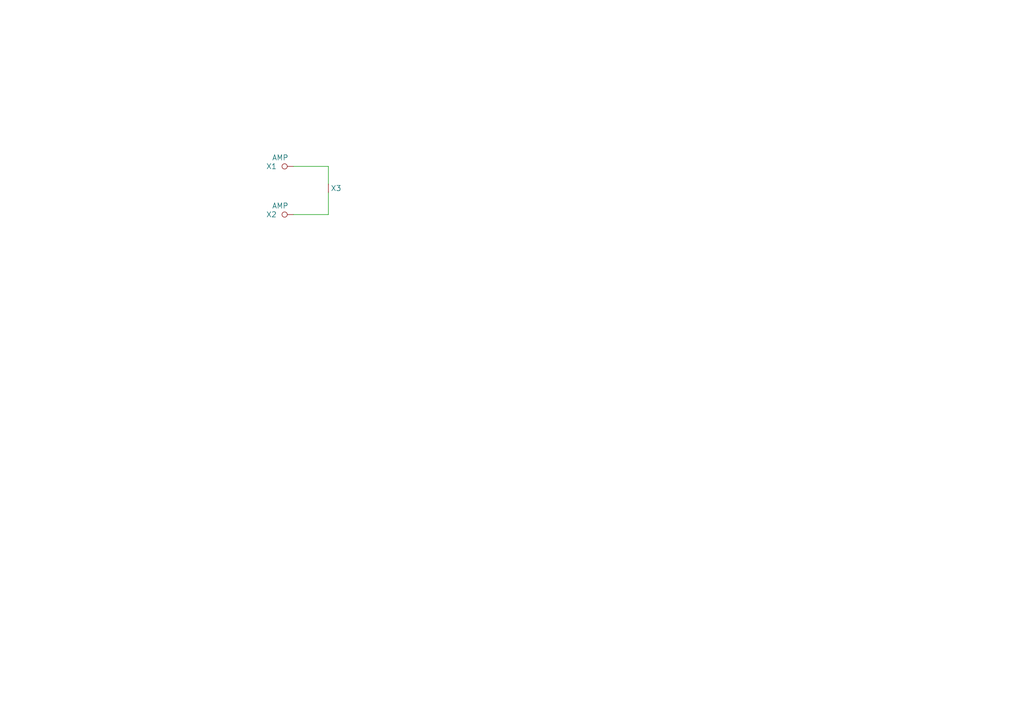
<source format=kicad_sch>
(kicad_sch
	(version 20250114)
	(generator "eeschema")
	(generator_version "9.0")
	(uuid "3159463d-8bd5-48d4-bfdc-6c652b3d4b7b")
	(paper "A4")
	(lib_symbols
		(symbol "_connect:AMP"
			(pin_numbers
				(hide yes)
			)
			(pin_names
				(offset 0)
				(hide yes)
			)
			(exclude_from_sim no)
			(in_bom yes)
			(on_board yes)
			(property "Reference" "X"
				(at -6.35 1.27 0)
				(effects
					(font
						(size 1.524 1.524)
					)
				)
			)
			(property "Value" "AMP"
				(at -6.35 -1.27 0)
				(effects
					(font
						(size 1.524 1.524)
					)
				)
			)
			(property "Footprint" ""
				(at 0 0 0)
				(effects
					(font
						(size 1.524 1.524)
					)
					(hide yes)
				)
			)
			(property "Datasheet" ""
				(at 0 0 0)
				(effects
					(font
						(size 1.524 1.524)
					)
					(hide yes)
				)
			)
			(property "Description" "Flachstecker"
				(at 0 0 0)
				(effects
					(font
						(size 1.27 1.27)
					)
					(hide yes)
				)
			)
			(property "Hersteller" "x"
				(at 0 0 0)
				(effects
					(font
						(size 1.524 1.524)
					)
					(hide yes)
				)
			)
			(property "Bezeichnung" "x"
				(at 0 0 0)
				(effects
					(font
						(size 1.524 1.524)
					)
					(hide yes)
				)
			)
			(property "Funktion" "Funktion"
				(at -3.81 3.81 0)
				(effects
					(font
						(size 1.524 1.524)
					)
				)
			)
			(property "ki_keywords" "AMP, Faston, Flachstecker, Steckzungen"
				(at 0 0 0)
				(effects
					(font
						(size 1.27 1.27)
					)
					(hide yes)
				)
			)
			(symbol "AMP_0_0"
				(pin passive line
					(at 0 0 180)
					(length 1.778)
					(name "~"
						(effects
							(font
								(size 1.524 1.524)
							)
						)
					)
					(number "1"
						(effects
							(font
								(size 1.524 1.524)
							)
						)
					)
				)
			)
			(symbol "AMP_0_1"
				(circle
					(center -2.54 0)
					(radius 0.762)
					(stroke
						(width 0)
						(type default)
					)
					(fill
						(type none)
					)
				)
			)
			(embedded_fonts no)
		)
		(symbol "_connect:NETTIE_1"
			(pin_numbers
				(hide yes)
			)
			(pin_names
				(offset 0)
				(hide yes)
			)
			(exclude_from_sim no)
			(in_bom yes)
			(on_board yes)
			(property "Reference" "X"
				(at 0 1.27 0)
				(effects
					(font
						(size 1.524 1.524)
					)
				)
			)
			(property "Value" "NETTIE_1"
				(at 0 -2.54 0)
				(effects
					(font
						(size 1.524 1.524)
					)
					(hide yes)
				)
			)
			(property "Footprint" "_connect:NETTIE2_CLOSE_THT"
				(at -0.254 -4.826 0)
				(effects
					(font
						(size 1.524 1.524)
					)
					(hide yes)
				)
			)
			(property "Datasheet" ""
				(at 0 0 0)
				(effects
					(font
						(size 1.524 1.524)
					)
					(hide yes)
				)
			)
			(property "Description" "Verbindung zwischen zwei Netzen"
				(at 0 0 0)
				(effects
					(font
						(size 1.27 1.27)
					)
					(hide yes)
				)
			)
			(property "Hersteller" "x"
				(at 0 3.81 0)
				(effects
					(font
						(size 1.524 1.524)
					)
					(hide yes)
				)
			)
			(property "Bezeichnung" "x"
				(at 0 3.81 0)
				(effects
					(font
						(size 1.524 1.524)
					)
					(hide yes)
				)
			)
			(property "Funktion" "Funktion"
				(at 0 3.81 0)
				(effects
					(font
						(size 1.524 1.524)
					)
					(hide yes)
				)
			)
			(symbol "NETTIE_1_0_0"
				(pin passive line
					(at -1.27 0 0)
					(length 0.254)
					(name "1"
						(effects
							(font
								(size 1.524 1.524)
							)
						)
					)
					(number "1"
						(effects
							(font
								(size 1.524 1.524)
							)
						)
					)
				)
				(pin passive line
					(at 1.27 0 180)
					(length 0.254)
					(name "2"
						(effects
							(font
								(size 1.524 1.524)
							)
						)
					)
					(number "2"
						(effects
							(font
								(size 1.524 1.524)
							)
						)
					)
				)
			)
			(symbol "NETTIE_1_0_1"
				(polyline
					(pts
						(xy -1.016 0) (xy 1.016 0)
					)
					(stroke
						(width 0)
						(type default)
					)
					(fill
						(type none)
					)
				)
			)
			(embedded_fonts no)
		)
	)
	(wire
		(pts
			(xy 95.25 55.88) (xy 95.25 62.23)
		)
		(stroke
			(width 0)
			(type default)
		)
		(uuid "6e5663f8-fa6c-43b4-aa80-9495f257431e")
	)
	(wire
		(pts
			(xy 95.25 48.26) (xy 95.25 53.34)
		)
		(stroke
			(width 0)
			(type default)
		)
		(uuid "6efe91c6-0a35-4b85-b451-4b2256f9a961")
	)
	(wire
		(pts
			(xy 85.09 48.26) (xy 95.25 48.26)
		)
		(stroke
			(width 0)
			(type default)
		)
		(uuid "75f25f6e-4034-4bf9-8023-d17debad1e52")
	)
	(wire
		(pts
			(xy 85.09 62.23) (xy 95.25 62.23)
		)
		(stroke
			(width 0)
			(type default)
		)
		(uuid "ed411a42-30d2-4224-b8aa-56d3ba73e76a")
	)
	(symbol
		(lib_id "_connect:AMP")
		(at 85.09 48.26 0)
		(unit 1)
		(exclude_from_sim no)
		(in_bom yes)
		(on_board yes)
		(dnp no)
		(uuid "3324f099-76f3-40ea-a2e3-a89828266402")
		(property "Reference" "X1"
			(at 78.74 48.26 0)
			(effects
				(font
					(size 1.524 1.524)
				)
			)
		)
		(property "Value" "AMP"
			(at 81.28 45.72 0)
			(effects
				(font
					(size 1.524 1.524)
				)
			)
		)
		(property "Footprint" "_connect:CON_AMP63_RM5_S"
			(at 85.09 48.26 0)
			(effects
				(font
					(size 1.524 1.524)
				)
				(hide yes)
			)
		)
		(property "Datasheet" ""
			(at 85.09 48.26 0)
			(effects
				(font
					(size 1.524 1.524)
				)
				(hide yes)
			)
		)
		(property "Description" "Flachstecker"
			(at 85.09 48.26 0)
			(effects
				(font
					(size 1.27 1.27)
				)
				(hide yes)
			)
		)
		(property "Hersteller" "x"
			(at 85.09 48.26 0)
			(effects
				(font
					(size 1.524 1.524)
				)
				(hide yes)
			)
		)
		(property "Bezeichnung" "x"
			(at 85.09 48.26 0)
			(effects
				(font
					(size 1.524 1.524)
				)
				(hide yes)
			)
		)
		(property "Funktion" "Funktion"
			(at 82.55 45.72 0)
			(effects
				(font
					(size 1.524 1.524)
				)
				(hide yes)
			)
		)
		(pin "1"
			(uuid "bb0448f0-7ba7-4d02-a649-1bc04f71523d")
		)
		(instances
			(project ""
				(path "/3159463d-8bd5-48d4-bfdc-6c652b3d4b7b"
					(reference "X1")
					(unit 1)
				)
			)
		)
	)
	(symbol
		(lib_id "_connect:NETTIE_1")
		(at 95.25 54.61 270)
		(unit 1)
		(exclude_from_sim no)
		(in_bom no)
		(on_board yes)
		(dnp no)
		(uuid "ac4f704e-3462-4c4d-b609-528d725b294c")
		(property "Reference" "X3"
			(at 99.06 54.61 90)
			(effects
				(font
					(size 1.524 1.524)
				)
				(justify right)
			)
		)
		(property "Value" "NETTIE_1"
			(at 92.71 54.61 0)
			(effects
				(font
					(size 1.524 1.524)
				)
				(hide yes)
			)
		)
		(property "Footprint" "_connect:NETTIE3_CLOSE_THT"
			(at 90.424 54.356 0)
			(effects
				(font
					(size 1.524 1.524)
				)
				(hide yes)
			)
		)
		(property "Datasheet" ""
			(at 95.25 54.61 0)
			(effects
				(font
					(size 1.524 1.524)
				)
				(hide yes)
			)
		)
		(property "Description" "Verbindung zwischen zwei Netzen"
			(at 95.25 54.61 0)
			(effects
				(font
					(size 1.27 1.27)
				)
				(hide yes)
			)
		)
		(property "Hersteller" "x"
			(at 99.06 54.61 0)
			(effects
				(font
					(size 1.524 1.524)
				)
				(hide yes)
			)
		)
		(property "Bezeichnung" "x"
			(at 99.06 54.61 0)
			(effects
				(font
					(size 1.524 1.524)
				)
				(hide yes)
			)
		)
		(property "Funktion" "Funktion"
			(at 99.06 54.61 0)
			(effects
				(font
					(size 1.524 1.524)
				)
				(hide yes)
			)
		)
		(pin "2"
			(uuid "938c44be-799b-4442-b4a1-4762ec049ea3")
		)
		(pin "1"
			(uuid "0652f872-f619-48f9-ba7b-c54cac1be8f4")
		)
		(instances
			(project ""
				(path "/3159463d-8bd5-48d4-bfdc-6c652b3d4b7b"
					(reference "X3")
					(unit 1)
				)
			)
		)
	)
	(symbol
		(lib_id "_connect:AMP")
		(at 85.09 62.23 0)
		(unit 1)
		(exclude_from_sim no)
		(in_bom yes)
		(on_board yes)
		(dnp no)
		(uuid "f5b62223-2612-4bd3-8a32-eecd1ae9aeee")
		(property "Reference" "X2"
			(at 78.74 62.23 0)
			(effects
				(font
					(size 1.524 1.524)
				)
			)
		)
		(property "Value" "AMP"
			(at 81.28 59.69 0)
			(effects
				(font
					(size 1.524 1.524)
				)
			)
		)
		(property "Footprint" "_connect:CON_AMP63_RM5_S"
			(at 85.09 62.23 0)
			(effects
				(font
					(size 1.524 1.524)
				)
				(hide yes)
			)
		)
		(property "Datasheet" ""
			(at 85.09 62.23 0)
			(effects
				(font
					(size 1.524 1.524)
				)
				(hide yes)
			)
		)
		(property "Description" "Flachstecker"
			(at 85.09 62.23 0)
			(effects
				(font
					(size 1.27 1.27)
				)
				(hide yes)
			)
		)
		(property "Hersteller" "x"
			(at 85.09 62.23 0)
			(effects
				(font
					(size 1.524 1.524)
				)
				(hide yes)
			)
		)
		(property "Bezeichnung" "x"
			(at 85.09 62.23 0)
			(effects
				(font
					(size 1.524 1.524)
				)
				(hide yes)
			)
		)
		(property "Funktion" "Funktion"
			(at 82.55 59.69 0)
			(effects
				(font
					(size 1.524 1.524)
				)
				(hide yes)
			)
		)
		(pin "1"
			(uuid "4f7788b3-e80c-4710-a8d2-ff6fe571b8c4")
		)
		(instances
			(project ""
				(path "/3159463d-8bd5-48d4-bfdc-6c652b3d4b7b"
					(reference "X2")
					(unit 1)
				)
			)
		)
	)
	(sheet_instances
		(path "/"
			(page "1")
		)
	)
	(embedded_fonts no)
)

</source>
